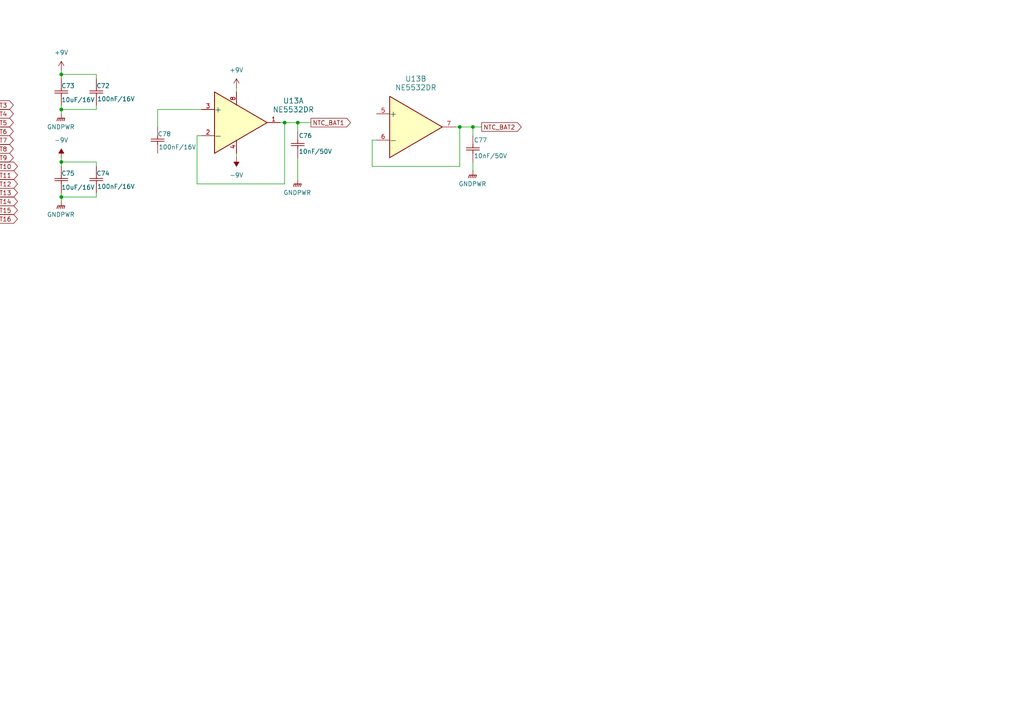
<source format=kicad_sch>
(kicad_sch (version 20231120) (generator "eeschema") (generator_version "8.0")
  (paper "A4")
  (title_block (title "MEASURE TEMPERATURE BATTERY"))
  (lib_symbols
    (symbol "Ceramic_Cap_SMD_100nF_16V_3" (pin_numbers hide) (pin_names hide)
      (property "Reference" "C" (at 1.016 2.794 0))
      (property "Value" "100nF/16V" (at 0.254 5.334 0))
      (symbol "Ceramic_Cap_SMD_100nF_16V_3_1_1"
        (polyline (pts (xy 1.27 0) (xy 2.2098 0)) (stroke (width 0.2032)))
        (polyline (pts (xy 2.2098 -1.905) (xy 2.2098 1.905)) (stroke (width 0.2032)))
        (polyline (pts (xy 2.8448 -1.905) (xy 2.8448 1.905)) (stroke (width 0.2032)))
        (polyline (pts (xy 2.8448 0) (xy 3.81 0)) (stroke (width 0.2032)))
        (pin unspecified line (at -1.27 0 0) (length 2.54) (name "") (number "1"))
        (pin unspecified line (at 6.35 0 180) (length 2.54) (name "") (number "2"))
      )
    )
    (symbol "Ceramic_Cap_SMD_10uF_16V_2" (pin_numbers hide) (pin_names hide)
      (property "Reference" "C" (at 2.286 2.794 0))
      (property "Value" "10uF/16V" (at 0.254 5.334 0))
      (symbol "Ceramic_Cap_SMD_10uF_16V_2_1_1"
        (polyline (pts (xy 2.54 0) (xy 3.4798 0)) (stroke (width 0.2032)))
        (polyline (pts (xy 3.4798 -1.905) (xy 3.4798 1.905)) (stroke (width 0.2032)))
        (polyline (pts (xy 4.1148 -1.905) (xy 4.1148 1.905)) (stroke (width 0.2032)))
        (polyline (pts (xy 4.1148 0) (xy 5.08 0)) (stroke (width 0.2032)))
        (pin unspecified line (at 0 0 0) (length 2.54) (name "") (number "1"))
        (pin unspecified line (at 7.62 0 180) (length 2.54) (name "") (number "2"))
      )
    )
    (symbol "charge_battery_sym_lib:Ceramic_Cap_SMD_10nF_50V" (pin_numbers hide) (pin_names hide)
      (property "Reference" "C" (at 2.286 2.794 0))
      (property "Value" "10nF/50V" (at 0.254 5.334 0))
      (symbol "Ceramic_Cap_SMD_10nF_50V_1_1"
        (polyline (pts (xy 2.54 0) (xy 3.4798 0)) (stroke (width 0.2032)))
        (polyline (pts (xy 3.4798 -1.905) (xy 3.4798 1.905)) (stroke (width 0.2032)))
        (polyline (pts (xy 4.1148 -1.905) (xy 4.1148 1.905)) (stroke (width 0.2032)))
        (polyline (pts (xy 4.1148 0) (xy 5.08 0)) (stroke (width 0.2032)))
        (pin unspecified line (at 0 0 0) (length 2.54) (name "") (number "1"))
        (pin unspecified line (at 7.62 0 180) (length 2.54) (name "") (number "2"))
      )
    )
    (symbol "charge_battery_sym_lib:NE5532DR" (pin_names (offset 0.254) hide)
      (property "Reference" "U" (at 13.716 -4.064 0))
      (property "Value" "NE5532DR" (at 13.716 -6.604 0))
      (symbol "NE5532DR_1_1"
        (polyline (pts (xy 0 -8.89) (xy 0 8.89) (xy 15.24 0) (xy 0 -8.89)) (stroke (width 0.254)) (fill (type background)))
        (text "+" (at 1.016 3.81 0) (effects (font (size 1.778 1.778))))
        (text "-" (at 1.016 -3.81 0) (effects (font (size 1.778 1.778))))
        (pin output line (at 19.05 0 180) (length 3.81) (name "1OUT") (number "1"))
        (pin input line (at -3.81 -3.81 0) (length 3.81) (name "1IN-") (number "2"))
        (pin input line (at -3.81 3.81 0) (length 3.81) (name "1IN+") (number "3"))
        (pin power_in line (at 6.35 -8.89 90) (length 3.81) (name "-") (number "4"))
        (pin power_in line (at 6.35 8.89 270) (length 3.81) (name "+") (number "8"))
      )
      (symbol "NE5532DR_2_1"
        (polyline (pts (xy 0 -8.89) (xy 0 8.89) (xy 15.24 0) (xy 0 -8.89)) (stroke (width 0.254)) (fill (type background)))
        (text "+" (at 1.016 3.81 0) (effects (font (size 1.778 1.778))))
        (text "-" (at 1.016 -3.81 0) (effects (font (size 1.778 1.778))))
        (pin input line (at -3.81 3.81 0) (length 3.81) (name "2IN+") (number "5"))
        (pin input line (at -3.81 -3.81 0) (length 3.81) (name "2IN-") (number "6"))
        (pin output line (at 19.05 0 180) (length 3.81) (name "2OUT") (number "7"))
      )
    )
    (symbol "power:+9V" (power) (pin_numbers hide) (pin_names (offset 0) hide)
      (property "Value" "+9V" (at 0 3.556 0))
      (symbol "+9V_0_1"
        (polyline (pts (xy -0.762 1.27) (xy 0 2.54)))
        (polyline (pts (xy 0 0) (xy 0 2.54)))
        (polyline (pts (xy 0 2.54) (xy 0.762 1.27)))
      )
      (symbol "+9V_1_1"
        (pin power_in line (at 0 0 90) (length 0) (name "~") (number "1"))
      )
    )
    (symbol "power:-9V" (power) (pin_numbers hide) (pin_names (offset 0) hide)
      (property "Value" "-9V" (at 0 3.556 0))
      (symbol "-9V_0_1"
        (polyline (pts (xy 0 0) (xy 0 2.54)))
        (polyline (pts (xy 0.762 1.27) (xy -0.762 1.27) (xy 0 2.54) (xy 0.762 1.27)) (fill (type outline)))
      )
      (symbol "-9V_1_1"
        (pin power_in line (at 0 0 90) (length 0) (name "~") (number "1"))
      )
    )
    (symbol "power:GNDPWR" (power) (pin_numbers hide) (pin_names (offset 0) hide)
      (property "Value" "GNDPWR" (at 0 -3.302 0))
      (symbol "GNDPWR_0_1"
        (polyline (pts (xy 0 -1.27) (xy 0 0)))
        (polyline (pts (xy -1.016 -1.27) (xy -1.27 -2.032) (xy -1.27 -2.032)) (stroke (width 0.2032)))
        (polyline (pts (xy -0.508 -1.27) (xy -0.762 -2.032) (xy -0.762 -2.032)) (stroke (width 0.2032)))
        (polyline (pts (xy 0 -1.27) (xy -0.254 -2.032) (xy -0.254 -2.032)) (stroke (width 0.2032)))
        (polyline (pts (xy 0.508 -1.27) (xy 0.254 -2.032) (xy 0.254 -2.032)) (stroke (width 0.2032)))
        (polyline (pts (xy 1.016 -1.27) (xy -1.016 -1.27) (xy -1.016 -1.27)) (stroke (width 0.2032)))
        (polyline (pts (xy 1.016 -1.27) (xy 0.762 -2.032) (xy 0.762 -2.032) (xy 0.762 -2.032)) (stroke (width 0.2032)))
      )
      (symbol "GNDPWR_1_1"
        (pin power_in line (at 0 0 270) (length 0) (name "~") (number "1"))
      )
    )
  )
  (junction (at 17.78 57.15))
  (junction (at 17.78 46.99))
  (junction (at 17.78 21.59))
  (junction (at 133.35 36.83))
  (junction (at 137.16 36.83))
  (junction (at 86.36 35.56))
  (junction (at 82.55 35.56))
  (junction (at 17.78 31.75))
  (wire (pts (xy 68.58 25.4) (xy 68.58 26.67)))
  (wire (pts (xy 27.94 22.86) (xy 27.94 21.59)))
  (wire (pts (xy 57.15 39.37) (xy 57.15 53.34)))
  (wire (pts (xy 107.95 40.64) (xy 107.95 48.26)))
  (wire (pts (xy 17.78 57.15) (xy 17.78 58.42)))
  (wire (pts (xy 57.15 53.34) (xy 82.55 53.34)))
  (wire (pts (xy 90.17 35.56) (xy 86.36 35.56)))
  (wire (pts (xy 17.78 45.72) (xy 17.78 46.99)))
  (wire (pts (xy 137.16 39.37) (xy 137.16 36.83)))
  (wire (pts (xy 17.78 21.59) (xy 17.78 22.86)))
  (wire (pts (xy 133.35 36.83) (xy 137.16 36.83)))
  (wire (pts (xy 17.78 31.75) (xy 17.78 33.02)))
  (wire (pts (xy 133.35 48.26) (xy 133.35 36.83)))
  (wire (pts (xy 17.78 46.99) (xy 17.78 48.26)))
  (wire (pts (xy 17.78 31.75) (xy 27.94 31.75)))
  (wire (pts (xy 86.36 52.07) (xy 86.36 45.72)))
  (wire (pts (xy 27.94 31.75) (xy 27.94 30.48)))
  (wire (pts (xy 109.22 40.64) (xy 107.95 40.64)))
  (wire (pts (xy 27.94 48.26) (xy 27.94 46.99)))
  (wire (pts (xy 27.94 57.15) (xy 27.94 55.88)))
  (wire (pts (xy 86.36 35.56) (xy 86.36 38.1)))
  (wire (pts (xy 81.28 35.56) (xy 82.55 35.56)))
  (wire (pts (xy 68.58 45.72) (xy 68.58 44.45)))
  (wire (pts (xy 17.78 21.59) (xy 27.94 21.59)))
  (wire (pts (xy 17.78 30.48) (xy 17.78 31.75)))
  (wire (pts (xy 58.42 39.37) (xy 57.15 39.37)))
  (wire (pts (xy 132.08 36.83) (xy 133.35 36.83)))
  (wire (pts (xy 45.72 31.75) (xy 58.42 31.75)))
  (wire (pts (xy 17.78 46.99) (xy 27.94 46.99)))
  (wire (pts (xy 82.55 53.34) (xy 82.55 35.56)))
  (wire (pts (xy 137.16 49.53) (xy 137.16 46.99)))
  (wire (pts (xy 17.78 55.88) (xy 17.78 57.15)))
  (wire (pts (xy 107.95 48.26) (xy 133.35 48.26)))
  (wire (pts (xy 17.78 20.32) (xy 17.78 21.59)))
  (wire (pts (xy 82.55 35.56) (xy 86.36 35.56)))
  (wire (pts (xy 45.72 36.83) (xy 45.72 31.75)))
  (wire (pts (xy 139.7 36.83) (xy 137.16 36.83)))
  (wire (pts (xy 17.78 57.15) (xy 27.94 57.15)))
  (global_label "NTC_BAT3" (shape output) (at -7.62 30.48 0) (property "Intersheetrefs" "${INTERSHEET_REFS}" (effects (hide yes))))
  (global_label "NTC_BAT6" (shape output) (at -7.62 38.1 0) (property "Intersheetrefs" "${INTERSHEET_REFS}" (effects (hide yes))))
  (global_label "NTC_BAT14" (shape output) (at -7.62 58.42 0) (property "Intersheetrefs" "${INTERSHEET_REFS}" (effects (hide yes))))
  (global_label "NTC_BAT11" (shape output) (at -7.62 50.8 0) (property "Intersheetrefs" "${INTERSHEET_REFS}" (effects (hide yes))))
  (global_label "NTC_BAT16" (shape output) (at -7.62 63.5 0) (property "Intersheetrefs" "${INTERSHEET_REFS}" (effects (hide yes))))
  (global_label "NTC_BAT7" (shape output) (at -7.62 40.64 0) (property "Intersheetrefs" "${INTERSHEET_REFS}" (effects (hide yes))))
  (global_label "NTC_BAT1" (shape output) (at 90.17 35.56 0) (property "Intersheetrefs" "${INTERSHEET_REFS}" (effects (hide yes))))
  (global_label "NTC_BAT5" (shape output) (at -7.62 35.56 0) (property "Intersheetrefs" "${INTERSHEET_REFS}" (effects (hide yes))))
  (global_label "NTC_BAT12" (shape output) (at -7.62 53.34 0) (property "Intersheetrefs" "${INTERSHEET_REFS}" (effects (hide yes))))
  (global_label "NTC_BAT2" (shape output) (at 139.7 36.83 0) (property "Intersheetrefs" "${INTERSHEET_REFS}" (effects (hide yes))))
  (global_label "NTC_BAT8" (shape output) (at -7.62 43.18 0) (property "Intersheetrefs" "${INTERSHEET_REFS}" (effects (hide yes))))
  (global_label "NTC_BAT13" (shape output) (at -7.62 55.88 0) (property "Intersheetrefs" "${INTERSHEET_REFS}" (effects (hide yes))))
  (global_label "NTC_BAT4" (shape output) (at -7.62 33.02 0) (property "Intersheetrefs" "${INTERSHEET_REFS}" (effects (hide yes))))
  (global_label "NTC_BAT9" (shape output) (at -7.62 45.72 0) (property "Intersheetrefs" "${INTERSHEET_REFS}" (effects (hide yes))))
  (global_label "NTC_BAT10" (shape output) (at -7.62 48.26 0) (property "Intersheetrefs" "${INTERSHEET_REFS}" (effects (hide yes))))
  (global_label "NTC_BAT15" (shape output) (at -7.62 60.96 0) (property "Intersheetrefs" "${INTERSHEET_REFS}" (effects (hide yes))))
  (symbol (lib_id "power:GNDPWR") (at 17.78 58.42 0) (unit 1)
    (property "Reference" "#PWR0160" (effects (hide yes)))
    (property "Value" "GNDPWR" (at 17.653 62.23 0))
    (property "Description" "Power symbol creates a global label with name \"GNDPWR\" , global ground" (effects (hide yes)))
  )
  (symbol (lib_id "power:+9V") (at 68.58 25.4 0) (unit 1)
    (property "Reference" "#PWR0155" (effects (hide yes)))
    (property "Value" "+9V" (at 68.58 20.32 0))
    (property "Description" "Power symbol creates a global label with name \"+9V\"" (effects (hide yes)))
  )
  (symbol (lib_id "charge_battery_sym_lib:NE5532DR") (at 62.23 35.56 0) (unit 1)
    (property "Reference" "U13" (at 85.09 29.2414 0) (effects (font (size 1.524 1.524))))
    (property "Value" "NE5532DR" (at 85.09 31.7814 0) (effects (font (size 1.524 1.524))))
    (property "Footprint" "charge_battery_footprint_lib:SOIC-8" (effects (hide yes)))
    (property "Datasheet" "https://www.ti.com/lit/ds/symlink/ne5532.pdf" (effects (hide yes)))
    (property "Supply name" "TME" (effects (hide yes)))
    (property "Supply part number" "NE5532DR" (effects (hide yes)))
    (property "Supply URL" "http://www.tme.vn/Product.aspx?id=2122#page=pro_info" (effects (hide yes)))
  )
  (symbol (lib_id "power:-9V") (at 68.58 45.72 180) (unit 1)
    (property "Reference" "#PWR0156" (effects (hide yes)))
    (property "Value" "-9V" (at 68.58 50.8 0))
    (property "Description" "Power symbol creates a global label with name \"-9V\"" (effects (hide yes)))
  )
  (symbol (lib_name "Ceramic_Cap_SMD_10uF_16V_2") (lib_id "charge_battery_sym_lib:Ceramic_Cap_SMD_10uF_16V") (at 17.78 55.88 90) (unit 1)
    (property "Reference" "C75" (at 17.78 50.292 90) (effects (justify right)))
    (property "Value" "10uF/16V" (at 17.78 54.356 90) (effects (justify right)))
    (property "Footprint" "charge_battery_footprint_lib:Ceramic_Cap_0603" (effects (hide yes)))
    (property "Datasheet" "https://www.mouser.vn/datasheet/2/40/KYOCERA_AutoMLCCKAM-3106308.pdf" (effects (hide yes)))
    (property "Description" "10%, 0603 (1608 Metric)" (effects (hide yes)))
    (property "Supply name" "Thegioiic" (effects (hide yes)))
    (property "Supply part number" "Tụ Gốm 0603 10uF 16V" (effects (hide yes)))
    (property "Supply URL" "https://www.thegioiic.com/tu-gom-0603-10uf-16v" (effects (hide yes)))
  )
  (symbol (lib_id "power:-9V") (at 17.78 45.72 0) (unit 1)
    (property "Reference" "#PWR0159" (effects (hide yes)))
    (property "Value" "-9V" (at 17.78 40.64 0))
    (property "Description" "Power symbol creates a global label with name \"-9V\"" (effects (hide yes)))
  )
  (symbol (lib_name "Ceramic_Cap_SMD_10uF_16V_2") (lib_id "charge_battery_sym_lib:Ceramic_Cap_SMD_10uF_16V") (at 17.78 30.48 90) (unit 1)
    (property "Reference" "C73" (at 17.78 24.892 90) (effects (justify right)))
    (property "Value" "10uF/16V" (at 17.78 28.956 90) (effects (justify right)))
    (property "Footprint" "charge_battery_footprint_lib:Ceramic_Cap_0603" (effects (hide yes)))
    (property "Datasheet" "https://www.mouser.vn/datasheet/2/40/KYOCERA_AutoMLCCKAM-3106308.pdf" (effects (hide yes)))
    (property "Description" "10%, 0603 (1608 Metric)" (effects (hide yes)))
    (property "Supply name" "Thegioiic" (effects (hide yes)))
    (property "Supply part number" "Tụ Gốm 0603 10uF 16V" (effects (hide yes)))
    (property "Supply URL" "https://www.thegioiic.com/tu-gom-0603-10uf-16v" (effects (hide yes)))
  )
  (symbol (lib_id "power:GNDPWR") (at 17.78 33.02 0) (unit 1)
    (property "Reference" "#PWR0157" (effects (hide yes)))
    (property "Value" "GNDPWR" (at 17.653 36.83 0))
    (property "Description" "Power symbol creates a global label with name \"GNDPWR\" , global ground" (effects (hide yes)))
  )
  (symbol (lib_name "Ceramic_Cap_SMD_100nF_16V_3") (lib_id "charge_battery_sym_lib:Ceramic_Cap_SMD_100nF_16V") (at 45.72 43.18 90) (unit 1)
    (property "Reference" "C78" (at 45.72 38.862 90) (effects (justify right)))
    (property "Value" "100nF/16V" (at 45.974 42.672 90) (effects (justify right)))
    (property "Footprint" "charge_battery_footprint_lib:Ceramic_Cap_0603" (effects (hide yes)))
    (property "Datasheet" "https://www.mouser.vn/datasheet/2/40/KYOCERA_AutoMLCCKAM-3106308.pdf" (effects (hide yes)))
    (property "Description" "10%, 0603 (1608 Metric)" (effects (hide yes)))
    (property "Supply name" "Thegioiic" (effects (hide yes)))
    (property "Supply part number" "Tụ Gốm 0603 100nF (0.1uF) 16V" (effects (hide yes)))
    (property "Supply URL" "https://www.thegioiic.com/tu-gom-0603-100nf-0-1uf-16v" (effects (hide yes)))
  )
  (symbol (lib_name "Ceramic_Cap_SMD_100nF_16V_3") (lib_id "charge_battery_sym_lib:Ceramic_Cap_SMD_100nF_16V") (at 27.94 29.21 90) (unit 1)
    (property "Reference" "C72" (at 27.94 24.892 90) (effects (justify right)))
    (property "Value" "100nF/16V" (at 28.194 28.702 90) (effects (justify right)))
    (property "Footprint" "charge_battery_footprint_lib:Ceramic_Cap_0603" (effects (hide yes)))
    (property "Datasheet" "https://www.mouser.vn/datasheet/2/40/KYOCERA_AutoMLCCKAM-3106308.pdf" (effects (hide yes)))
    (property "Description" "10%, 0603 (1608 Metric)" (effects (hide yes)))
    (property "Supply name" "Thegioiic" (effects (hide yes)))
    (property "Supply part number" "Tụ Gốm 0603 100nF (0.1uF) 16V" (effects (hide yes)))
    (property "Supply URL" "https://www.thegioiic.com/tu-gom-0603-100nf-0-1uf-16v" (effects (hide yes)))
  )
  (symbol (lib_id "power:GNDPWR") (at 137.16 49.53 0) (unit 1)
    (property "Reference" "#PWR0162" (effects (hide yes)))
    (property "Value" "GNDPWR" (at 137.033 53.34 0))
    (property "Description" "Power symbol creates a global label with name \"GNDPWR\" , global ground" (effects (hide yes)))
  )
  (symbol (lib_id "power:GNDPWR") (at 86.36 52.07 0) (unit 1)
    (property "Reference" "#PWR0161" (effects (hide yes)))
    (property "Value" "GNDPWR" (at 86.233 55.88 0))
    (property "Description" "Power symbol creates a global label with name \"GNDPWR\" , global ground" (effects (hide yes)))
  )
  (symbol (lib_id "charge_battery_sym_lib:Ceramic_Cap_SMD_10nF_50V") (at 86.36 45.72 90) (unit 1)
    (property "Reference" "C76" (at 86.614 39.37 90) (effects (justify right)))
    (property "Value" "10nF/50V" (at 86.614 43.942 90) (effects (justify right)))
    (property "Footprint" "charge_battery_footprint_lib:Ceramic_Cap_0603" (effects (hide yes)))
    (property "Datasheet" "https://www.mouser.vn/datasheet/2/40/KYOCERA_AutoMLCCKAM-3106308.pdf" (effects (hide yes)))
    (property "Description" "10%, 0603 (1608 Metric)" (effects (hide yes)))
    (property "Supply name" "Thegioiic" (effects (hide yes)))
    (property "Supply part number" "Tụ Gốm 0603 10nF 50V" (effects (hide yes)))
    (property "Supply URL" "https://www.thegioiic.com/tu-gom-0603-10nf-50v" (effects (hide yes)))
  )
  (symbol (lib_name "Ceramic_Cap_SMD_100nF_16V_3") (lib_id "charge_battery_sym_lib:Ceramic_Cap_SMD_100nF_16V") (at 27.94 54.61 90) (unit 1)
    (property "Reference" "C74" (at 27.94 50.292 90) (effects (justify right)))
    (property "Value" "100nF/16V" (at 28.194 54.102 90) (effects (justify right)))
    (property "Footprint" "charge_battery_footprint_lib:Ceramic_Cap_0603" (effects (hide yes)))
    (property "Datasheet" "https://www.mouser.vn/datasheet/2/40/KYOCERA_AutoMLCCKAM-3106308.pdf" (effects (hide yes)))
    (property "Description" "10%, 0603 (1608 Metric)" (effects (hide yes)))
    (property "Supply name" "Thegioiic" (effects (hide yes)))
    (property "Supply part number" "Tụ Gốm 0603 100nF (0.1uF) 16V" (effects (hide yes)))
    (property "Supply URL" "https://www.thegioiic.com/tu-gom-0603-100nf-0-1uf-16v" (effects (hide yes)))
  )
  (symbol (lib_id "charge_battery_sym_lib:Ceramic_Cap_SMD_10nF_50V") (at 137.16 46.99 90) (unit 1)
    (property "Reference" "C77" (at 137.414 40.64 90) (effects (justify right)))
    (property "Value" "10nF/50V" (at 137.414 45.212 90) (effects (justify right)))
    (property "Footprint" "charge_battery_footprint_lib:Ceramic_Cap_0603" (effects (hide yes)))
    (property "Datasheet" "https://www.mouser.vn/datasheet/2/40/KYOCERA_AutoMLCCKAM-3106308.pdf" (effects (hide yes)))
    (property "Description" "10%, 0603 (1608 Metric)" (effects (hide yes)))
    (property "Supply name" "Thegioiic" (effects (hide yes)))
    (property "Supply part number" "Tụ Gốm 0603 10nF 50V" (effects (hide yes)))
    (property "Supply URL" "https://www.thegioiic.com/tu-gom-0603-10nf-50v" (effects (hide yes)))
  )
  (symbol (lib_id "power:+9V") (at 17.78 20.32 0) (unit 1)
    (property "Reference" "#PWR0158" (effects (hide yes)))
    (property "Value" "+9V" (at 17.78 15.24 0))
    (property "Description" "Power symbol creates a global label with name \"+9V\"" (effects (hide yes)))
  )
  (symbol (lib_id "charge_battery_sym_lib:NE5532DR") (at 113.03 36.83 0) (unit 2)
    (property "Reference" "U13" (at 120.5933 22.86 0) (effects (font (size 1.524 1.524))))
    (property "Value" "NE5532DR" (at 120.5933 25.4 0) (effects (font (size 1.524 1.524))))
    (property "Footprint" "charge_battery_footprint_lib:SOIC-8" (effects (hide yes)))
    (property "Datasheet" "https://www.ti.com/lit/ds/symlink/ne5532.pdf" (effects (hide yes)))
    (property "Supply name" "TME" (effects (hide yes)))
    (property "Supply part number" "NE5532DR" (effects (hide yes)))
    (property "Supply URL" "http://www.tme.vn/Product.aspx?id=2122#page=pro_info" (effects (hide yes)))
  )
)
</source>
